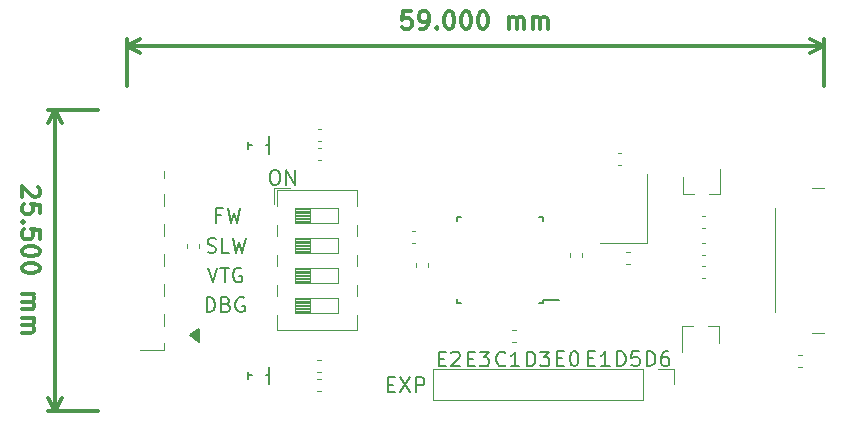
<source format=gbr>
G04 #@! TF.GenerationSoftware,KiCad,Pcbnew,(5.0.0-3-g5ebb6b6)*
G04 #@! TF.CreationDate,2019-02-08T12:04:07-05:00*
G04 #@! TF.ProjectId,ROCKETasp,524F434B45546173702E6B696361645F,2.0*
G04 #@! TF.SameCoordinates,Original*
G04 #@! TF.FileFunction,Legend,Top*
G04 #@! TF.FilePolarity,Positive*
%FSLAX46Y46*%
G04 Gerber Fmt 4.6, Leading zero omitted, Abs format (unit mm)*
G04 Created by KiCad (PCBNEW (5.0.0-3-g5ebb6b6)) date Friday, February 08, 2019 at 12:04:07 PM*
%MOMM*%
%LPD*%
G01*
G04 APERTURE LIST*
%ADD10C,0.200000*%
%ADD11C,0.300000*%
%ADD12C,0.150000*%
%ADD13C,0.120000*%
G04 APERTURE END LIST*
D10*
X159021180Y-106712076D02*
X159021180Y-105462076D01*
X159318800Y-105462076D01*
X159497371Y-105521600D01*
X159616419Y-105640647D01*
X159675942Y-105759695D01*
X159735466Y-105997790D01*
X159735466Y-106176361D01*
X159675942Y-106414457D01*
X159616419Y-106533504D01*
X159497371Y-106652552D01*
X159318800Y-106712076D01*
X159021180Y-106712076D01*
X160806895Y-105462076D02*
X160568800Y-105462076D01*
X160449752Y-105521600D01*
X160390228Y-105581123D01*
X160271180Y-105759695D01*
X160211657Y-105997790D01*
X160211657Y-106473980D01*
X160271180Y-106593028D01*
X160330704Y-106652552D01*
X160449752Y-106712076D01*
X160687847Y-106712076D01*
X160806895Y-106652552D01*
X160866419Y-106593028D01*
X160925942Y-106473980D01*
X160925942Y-106176361D01*
X160866419Y-106057314D01*
X160806895Y-105997790D01*
X160687847Y-105938266D01*
X160449752Y-105938266D01*
X160330704Y-105997790D01*
X160271180Y-106057314D01*
X160211657Y-106176361D01*
X156531980Y-106712076D02*
X156531980Y-105462076D01*
X156829600Y-105462076D01*
X157008171Y-105521600D01*
X157127219Y-105640647D01*
X157186742Y-105759695D01*
X157246266Y-105997790D01*
X157246266Y-106176361D01*
X157186742Y-106414457D01*
X157127219Y-106533504D01*
X157008171Y-106652552D01*
X156829600Y-106712076D01*
X156531980Y-106712076D01*
X158377219Y-105462076D02*
X157781980Y-105462076D01*
X157722457Y-106057314D01*
X157781980Y-105997790D01*
X157901028Y-105938266D01*
X158198647Y-105938266D01*
X158317695Y-105997790D01*
X158377219Y-106057314D01*
X158436742Y-106176361D01*
X158436742Y-106473980D01*
X158377219Y-106593028D01*
X158317695Y-106652552D01*
X158198647Y-106712076D01*
X157901028Y-106712076D01*
X157781980Y-106652552D01*
X157722457Y-106593028D01*
X154076904Y-106057314D02*
X154493571Y-106057314D01*
X154672142Y-106712076D02*
X154076904Y-106712076D01*
X154076904Y-105462076D01*
X154672142Y-105462076D01*
X155862619Y-106712076D02*
X155148333Y-106712076D01*
X155505476Y-106712076D02*
X155505476Y-105462076D01*
X155386428Y-105640647D01*
X155267380Y-105759695D01*
X155148333Y-105819219D01*
X151448004Y-106057314D02*
X151864671Y-106057314D01*
X152043242Y-106712076D02*
X151448004Y-106712076D01*
X151448004Y-105462076D01*
X152043242Y-105462076D01*
X152817052Y-105462076D02*
X152936100Y-105462076D01*
X153055147Y-105521600D01*
X153114671Y-105581123D01*
X153174195Y-105700171D01*
X153233719Y-105938266D01*
X153233719Y-106235885D01*
X153174195Y-106473980D01*
X153114671Y-106593028D01*
X153055147Y-106652552D01*
X152936100Y-106712076D01*
X152817052Y-106712076D01*
X152698004Y-106652552D01*
X152638480Y-106593028D01*
X152578957Y-106473980D01*
X152519433Y-106235885D01*
X152519433Y-105938266D01*
X152578957Y-105700171D01*
X152638480Y-105581123D01*
X152698004Y-105521600D01*
X152817052Y-105462076D01*
X148861180Y-106737476D02*
X148861180Y-105487476D01*
X149158800Y-105487476D01*
X149337371Y-105547000D01*
X149456419Y-105666047D01*
X149515942Y-105785095D01*
X149575466Y-106023190D01*
X149575466Y-106201761D01*
X149515942Y-106439857D01*
X149456419Y-106558904D01*
X149337371Y-106677952D01*
X149158800Y-106737476D01*
X148861180Y-106737476D01*
X149992133Y-105487476D02*
X150765942Y-105487476D01*
X150349276Y-105963666D01*
X150527847Y-105963666D01*
X150646895Y-106023190D01*
X150706419Y-106082714D01*
X150765942Y-106201761D01*
X150765942Y-106499380D01*
X150706419Y-106618428D01*
X150646895Y-106677952D01*
X150527847Y-106737476D01*
X150170704Y-106737476D01*
X150051657Y-106677952D01*
X149992133Y-106618428D01*
X147048166Y-106605728D02*
X146988642Y-106665252D01*
X146810071Y-106724776D01*
X146691023Y-106724776D01*
X146512452Y-106665252D01*
X146393404Y-106546204D01*
X146333880Y-106427157D01*
X146274357Y-106189061D01*
X146274357Y-106010490D01*
X146333880Y-105772395D01*
X146393404Y-105653347D01*
X146512452Y-105534300D01*
X146691023Y-105474776D01*
X146810071Y-105474776D01*
X146988642Y-105534300D01*
X147048166Y-105593823D01*
X148238642Y-106724776D02*
X147524357Y-106724776D01*
X147881500Y-106724776D02*
X147881500Y-105474776D01*
X147762452Y-105653347D01*
X147643404Y-105772395D01*
X147524357Y-105831919D01*
X143866104Y-106070014D02*
X144282771Y-106070014D01*
X144461342Y-106724776D02*
X143866104Y-106724776D01*
X143866104Y-105474776D01*
X144461342Y-105474776D01*
X144878009Y-105474776D02*
X145651819Y-105474776D01*
X145235152Y-105950966D01*
X145413723Y-105950966D01*
X145532771Y-106010490D01*
X145592295Y-106070014D01*
X145651819Y-106189061D01*
X145651819Y-106486680D01*
X145592295Y-106605728D01*
X145532771Y-106665252D01*
X145413723Y-106724776D01*
X145056580Y-106724776D01*
X144937533Y-106665252D01*
X144878009Y-106605728D01*
X141389604Y-106082714D02*
X141806271Y-106082714D01*
X141984842Y-106737476D02*
X141389604Y-106737476D01*
X141389604Y-105487476D01*
X141984842Y-105487476D01*
X142461033Y-105606523D02*
X142520557Y-105547000D01*
X142639604Y-105487476D01*
X142937223Y-105487476D01*
X143056271Y-105547000D01*
X143115795Y-105606523D01*
X143175319Y-105725571D01*
X143175319Y-105844619D01*
X143115795Y-106023190D01*
X142401509Y-106737476D01*
X143175319Y-106737476D01*
X137145104Y-108267114D02*
X137561771Y-108267114D01*
X137740342Y-108921876D02*
X137145104Y-108921876D01*
X137145104Y-107671876D01*
X137740342Y-107671876D01*
X138157009Y-107671876D02*
X138990342Y-108921876D01*
X138990342Y-107671876D02*
X138157009Y-108921876D01*
X139466533Y-108921876D02*
X139466533Y-107671876D01*
X139942723Y-107671876D01*
X140061771Y-107731400D01*
X140121295Y-107790923D01*
X140180819Y-107909971D01*
X140180819Y-108088542D01*
X140121295Y-108207590D01*
X140061771Y-108267114D01*
X139942723Y-108326638D01*
X139466533Y-108326638D01*
X127407290Y-90095076D02*
X127645385Y-90095076D01*
X127764433Y-90154600D01*
X127883480Y-90273647D01*
X127943004Y-90511742D01*
X127943004Y-90928409D01*
X127883480Y-91166504D01*
X127764433Y-91285552D01*
X127645385Y-91345076D01*
X127407290Y-91345076D01*
X127288242Y-91285552D01*
X127169195Y-91166504D01*
X127109671Y-90928409D01*
X127109671Y-90511742D01*
X127169195Y-90273647D01*
X127288242Y-90154600D01*
X127407290Y-90095076D01*
X128478719Y-91345076D02*
X128478719Y-90095076D01*
X129193004Y-91345076D01*
X129193004Y-90095076D01*
X121752319Y-102140076D02*
X121752319Y-100890076D01*
X122049938Y-100890076D01*
X122228509Y-100949600D01*
X122347557Y-101068647D01*
X122407080Y-101187695D01*
X122466604Y-101425790D01*
X122466604Y-101604361D01*
X122407080Y-101842457D01*
X122347557Y-101961504D01*
X122228509Y-102080552D01*
X122049938Y-102140076D01*
X121752319Y-102140076D01*
X123418985Y-101485314D02*
X123597557Y-101544838D01*
X123657080Y-101604361D01*
X123716604Y-101723409D01*
X123716604Y-101901980D01*
X123657080Y-102021028D01*
X123597557Y-102080552D01*
X123478509Y-102140076D01*
X123002319Y-102140076D01*
X123002319Y-100890076D01*
X123418985Y-100890076D01*
X123538033Y-100949600D01*
X123597557Y-101009123D01*
X123657080Y-101128171D01*
X123657080Y-101247219D01*
X123597557Y-101366266D01*
X123538033Y-101425790D01*
X123418985Y-101485314D01*
X123002319Y-101485314D01*
X124907080Y-100949600D02*
X124788033Y-100890076D01*
X124609461Y-100890076D01*
X124430890Y-100949600D01*
X124311842Y-101068647D01*
X124252319Y-101187695D01*
X124192795Y-101425790D01*
X124192795Y-101604361D01*
X124252319Y-101842457D01*
X124311842Y-101961504D01*
X124430890Y-102080552D01*
X124609461Y-102140076D01*
X124728509Y-102140076D01*
X124907080Y-102080552D01*
X124966604Y-102021028D01*
X124966604Y-101604361D01*
X124728509Y-101604361D01*
X121837242Y-98375476D02*
X122253909Y-99625476D01*
X122670576Y-98375476D01*
X122908671Y-98375476D02*
X123622957Y-98375476D01*
X123265814Y-99625476D02*
X123265814Y-98375476D01*
X124694385Y-98435000D02*
X124575338Y-98375476D01*
X124396766Y-98375476D01*
X124218195Y-98435000D01*
X124099147Y-98554047D01*
X124039623Y-98673095D01*
X123980100Y-98911190D01*
X123980100Y-99089761D01*
X124039623Y-99327857D01*
X124099147Y-99446904D01*
X124218195Y-99565952D01*
X124396766Y-99625476D01*
X124515814Y-99625476D01*
X124694385Y-99565952D01*
X124753909Y-99506428D01*
X124753909Y-99089761D01*
X124515814Y-99089761D01*
X121828519Y-97064052D02*
X122007090Y-97123576D01*
X122304709Y-97123576D01*
X122423757Y-97064052D01*
X122483280Y-97004528D01*
X122542804Y-96885480D01*
X122542804Y-96766433D01*
X122483280Y-96647385D01*
X122423757Y-96587861D01*
X122304709Y-96528338D01*
X122066614Y-96468814D01*
X121947566Y-96409290D01*
X121888042Y-96349766D01*
X121828519Y-96230719D01*
X121828519Y-96111671D01*
X121888042Y-95992623D01*
X121947566Y-95933100D01*
X122066614Y-95873576D01*
X122364233Y-95873576D01*
X122542804Y-95933100D01*
X123673757Y-97123576D02*
X123078519Y-97123576D01*
X123078519Y-95873576D01*
X123971376Y-95873576D02*
X124268995Y-97123576D01*
X124507090Y-96230719D01*
X124745185Y-97123576D01*
X125042804Y-95873576D01*
X122997185Y-93941514D02*
X122580519Y-93941514D01*
X122580519Y-94596276D02*
X122580519Y-93346276D01*
X123175757Y-93346276D01*
X123532900Y-93346276D02*
X123830519Y-94596276D01*
X124068614Y-93703419D01*
X124306709Y-94596276D01*
X124604328Y-93346276D01*
D11*
X107468371Y-91552478D02*
X107539800Y-91623906D01*
X107611228Y-91766764D01*
X107611228Y-92123906D01*
X107539800Y-92266764D01*
X107468371Y-92338192D01*
X107325514Y-92409621D01*
X107182657Y-92409621D01*
X106968371Y-92338192D01*
X106111228Y-91481049D01*
X106111228Y-92409621D01*
X107611228Y-93766764D02*
X107611228Y-93052478D01*
X106896942Y-92981049D01*
X106968371Y-93052478D01*
X107039800Y-93195335D01*
X107039800Y-93552478D01*
X106968371Y-93695335D01*
X106896942Y-93766764D01*
X106754085Y-93838192D01*
X106396942Y-93838192D01*
X106254085Y-93766764D01*
X106182657Y-93695335D01*
X106111228Y-93552478D01*
X106111228Y-93195335D01*
X106182657Y-93052478D01*
X106254085Y-92981049D01*
X106254085Y-94481049D02*
X106182657Y-94552478D01*
X106111228Y-94481049D01*
X106182657Y-94409621D01*
X106254085Y-94481049D01*
X106111228Y-94481049D01*
X107611228Y-95909621D02*
X107611228Y-95195335D01*
X106896942Y-95123906D01*
X106968371Y-95195335D01*
X107039800Y-95338192D01*
X107039800Y-95695335D01*
X106968371Y-95838192D01*
X106896942Y-95909621D01*
X106754085Y-95981049D01*
X106396942Y-95981049D01*
X106254085Y-95909621D01*
X106182657Y-95838192D01*
X106111228Y-95695335D01*
X106111228Y-95338192D01*
X106182657Y-95195335D01*
X106254085Y-95123906D01*
X107611228Y-96909621D02*
X107611228Y-97052478D01*
X107539800Y-97195335D01*
X107468371Y-97266764D01*
X107325514Y-97338192D01*
X107039800Y-97409621D01*
X106682657Y-97409621D01*
X106396942Y-97338192D01*
X106254085Y-97266764D01*
X106182657Y-97195335D01*
X106111228Y-97052478D01*
X106111228Y-96909621D01*
X106182657Y-96766764D01*
X106254085Y-96695335D01*
X106396942Y-96623906D01*
X106682657Y-96552478D01*
X107039800Y-96552478D01*
X107325514Y-96623906D01*
X107468371Y-96695335D01*
X107539800Y-96766764D01*
X107611228Y-96909621D01*
X107611228Y-98338192D02*
X107611228Y-98481049D01*
X107539800Y-98623906D01*
X107468371Y-98695335D01*
X107325514Y-98766764D01*
X107039800Y-98838192D01*
X106682657Y-98838192D01*
X106396942Y-98766764D01*
X106254085Y-98695335D01*
X106182657Y-98623906D01*
X106111228Y-98481049D01*
X106111228Y-98338192D01*
X106182657Y-98195335D01*
X106254085Y-98123906D01*
X106396942Y-98052478D01*
X106682657Y-97981049D01*
X107039800Y-97981049D01*
X107325514Y-98052478D01*
X107468371Y-98123906D01*
X107539800Y-98195335D01*
X107611228Y-98338192D01*
X106111228Y-100623906D02*
X107111228Y-100623906D01*
X106968371Y-100623906D02*
X107039800Y-100695335D01*
X107111228Y-100838192D01*
X107111228Y-101052478D01*
X107039800Y-101195335D01*
X106896942Y-101266764D01*
X106111228Y-101266764D01*
X106896942Y-101266764D02*
X107039800Y-101338192D01*
X107111228Y-101481049D01*
X107111228Y-101695335D01*
X107039800Y-101838192D01*
X106896942Y-101909621D01*
X106111228Y-101909621D01*
X106111228Y-102623906D02*
X107111228Y-102623906D01*
X106968371Y-102623906D02*
X107039800Y-102695335D01*
X107111228Y-102838192D01*
X107111228Y-103052478D01*
X107039800Y-103195335D01*
X106896942Y-103266764D01*
X106111228Y-103266764D01*
X106896942Y-103266764D02*
X107039800Y-103338192D01*
X107111228Y-103481049D01*
X107111228Y-103695335D01*
X107039800Y-103838192D01*
X106896942Y-103909621D01*
X106111228Y-103909621D01*
X108889800Y-85013800D02*
X108889800Y-110519728D01*
X112585500Y-85013800D02*
X108303379Y-85013800D01*
X112585500Y-110519728D02*
X108303379Y-110519728D01*
X108889800Y-110519728D02*
X108303379Y-109393224D01*
X108889800Y-110519728D02*
X109476221Y-109393224D01*
X108889800Y-85013800D02*
X108303379Y-86140304D01*
X108889800Y-85013800D02*
X109476221Y-86140304D01*
X139072052Y-76656771D02*
X138357766Y-76656771D01*
X138286338Y-77371057D01*
X138357766Y-77299628D01*
X138500624Y-77228200D01*
X138857766Y-77228200D01*
X139000624Y-77299628D01*
X139072052Y-77371057D01*
X139143481Y-77513914D01*
X139143481Y-77871057D01*
X139072052Y-78013914D01*
X139000624Y-78085342D01*
X138857766Y-78156771D01*
X138500624Y-78156771D01*
X138357766Y-78085342D01*
X138286338Y-78013914D01*
X139857766Y-78156771D02*
X140143481Y-78156771D01*
X140286338Y-78085342D01*
X140357766Y-78013914D01*
X140500624Y-77799628D01*
X140572052Y-77513914D01*
X140572052Y-76942485D01*
X140500624Y-76799628D01*
X140429195Y-76728200D01*
X140286338Y-76656771D01*
X140000624Y-76656771D01*
X139857766Y-76728200D01*
X139786338Y-76799628D01*
X139714909Y-76942485D01*
X139714909Y-77299628D01*
X139786338Y-77442485D01*
X139857766Y-77513914D01*
X140000624Y-77585342D01*
X140286338Y-77585342D01*
X140429195Y-77513914D01*
X140500624Y-77442485D01*
X140572052Y-77299628D01*
X141214909Y-78013914D02*
X141286338Y-78085342D01*
X141214909Y-78156771D01*
X141143481Y-78085342D01*
X141214909Y-78013914D01*
X141214909Y-78156771D01*
X142214909Y-76656771D02*
X142357766Y-76656771D01*
X142500624Y-76728200D01*
X142572052Y-76799628D01*
X142643481Y-76942485D01*
X142714909Y-77228200D01*
X142714909Y-77585342D01*
X142643481Y-77871057D01*
X142572052Y-78013914D01*
X142500624Y-78085342D01*
X142357766Y-78156771D01*
X142214909Y-78156771D01*
X142072052Y-78085342D01*
X142000624Y-78013914D01*
X141929195Y-77871057D01*
X141857766Y-77585342D01*
X141857766Y-77228200D01*
X141929195Y-76942485D01*
X142000624Y-76799628D01*
X142072052Y-76728200D01*
X142214909Y-76656771D01*
X143643481Y-76656771D02*
X143786338Y-76656771D01*
X143929195Y-76728200D01*
X144000624Y-76799628D01*
X144072052Y-76942485D01*
X144143481Y-77228200D01*
X144143481Y-77585342D01*
X144072052Y-77871057D01*
X144000624Y-78013914D01*
X143929195Y-78085342D01*
X143786338Y-78156771D01*
X143643481Y-78156771D01*
X143500624Y-78085342D01*
X143429195Y-78013914D01*
X143357766Y-77871057D01*
X143286338Y-77585342D01*
X143286338Y-77228200D01*
X143357766Y-76942485D01*
X143429195Y-76799628D01*
X143500624Y-76728200D01*
X143643481Y-76656771D01*
X145072052Y-76656771D02*
X145214909Y-76656771D01*
X145357766Y-76728200D01*
X145429195Y-76799628D01*
X145500624Y-76942485D01*
X145572052Y-77228200D01*
X145572052Y-77585342D01*
X145500624Y-77871057D01*
X145429195Y-78013914D01*
X145357766Y-78085342D01*
X145214909Y-78156771D01*
X145072052Y-78156771D01*
X144929195Y-78085342D01*
X144857766Y-78013914D01*
X144786338Y-77871057D01*
X144714909Y-77585342D01*
X144714909Y-77228200D01*
X144786338Y-76942485D01*
X144857766Y-76799628D01*
X144929195Y-76728200D01*
X145072052Y-76656771D01*
X147357766Y-78156771D02*
X147357766Y-77156771D01*
X147357766Y-77299628D02*
X147429195Y-77228200D01*
X147572052Y-77156771D01*
X147786338Y-77156771D01*
X147929195Y-77228200D01*
X148000624Y-77371057D01*
X148000624Y-78156771D01*
X148000624Y-77371057D02*
X148072052Y-77228200D01*
X148214909Y-77156771D01*
X148429195Y-77156771D01*
X148572052Y-77228200D01*
X148643481Y-77371057D01*
X148643481Y-78156771D01*
X149357766Y-78156771D02*
X149357766Y-77156771D01*
X149357766Y-77299628D02*
X149429195Y-77228200D01*
X149572052Y-77156771D01*
X149786338Y-77156771D01*
X149929195Y-77228200D01*
X150000624Y-77371057D01*
X150000624Y-78156771D01*
X150000624Y-77371057D02*
X150072052Y-77228200D01*
X150214909Y-77156771D01*
X150429195Y-77156771D01*
X150572052Y-77228200D01*
X150643481Y-77371057D01*
X150643481Y-78156771D01*
X114998500Y-79578200D02*
X174002749Y-79578200D01*
X114998500Y-82956400D02*
X114998500Y-78991779D01*
X174002749Y-82956400D02*
X174002749Y-78991779D01*
X174002749Y-79578200D02*
X172876245Y-80164621D01*
X174002749Y-79578200D02*
X172876245Y-78991779D01*
X114998500Y-79578200D02*
X116125004Y-80164621D01*
X114998500Y-79578200D02*
X116125004Y-78991779D01*
D12*
G04 #@! TO.C,D2*
X127065000Y-106750000D02*
X127065000Y-108250000D01*
X127000000Y-107500000D02*
X126750000Y-107500000D01*
X125250000Y-107200000D02*
X125250000Y-107800000D01*
X125300000Y-107500000D02*
X125600000Y-107500000D01*
D13*
G04 #@! TO.C,C1*
X157591979Y-97026000D02*
X157266421Y-97026000D01*
X157591979Y-98046000D02*
X157266421Y-98046000D01*
G04 #@! TO.C,C2*
X156542521Y-89714800D02*
X156868079Y-89714800D01*
X156542521Y-88694800D02*
X156868079Y-88694800D01*
G04 #@! TO.C,C4*
X153506900Y-97170021D02*
X153506900Y-97495579D01*
X152486900Y-97170021D02*
X152486900Y-97495579D01*
G04 #@! TO.C,C5*
X139105421Y-96280700D02*
X139430979Y-96280700D01*
X139105421Y-95260700D02*
X139430979Y-95260700D01*
G04 #@! TO.C,C6*
X139507500Y-98321079D02*
X139507500Y-97995521D01*
X140527500Y-98321079D02*
X140527500Y-97995521D01*
D12*
G04 #@! TO.C,D1*
X125300000Y-88000000D02*
X125600000Y-88000000D01*
X125250000Y-87700000D02*
X125250000Y-88300000D01*
X127000000Y-88000000D02*
X126750000Y-88000000D01*
X127065000Y-87250000D02*
X127065000Y-88750000D01*
D13*
G04 #@! TO.C,D3*
X162059500Y-92161900D02*
X162059500Y-90701900D01*
X165219500Y-92161900D02*
X165219500Y-90001900D01*
X165219500Y-92161900D02*
X164289500Y-92161900D01*
X162059500Y-92161900D02*
X162989500Y-92161900D01*
G04 #@! TO.C,D4*
X165156000Y-103316500D02*
X164226000Y-103316500D01*
X161996000Y-103316500D02*
X162926000Y-103316500D01*
X161996000Y-103316500D02*
X161996000Y-105476500D01*
X165156000Y-103316500D02*
X165156000Y-104776500D01*
G04 #@! TO.C,J1*
X169831600Y-93350000D02*
X169831600Y-102150000D01*
X173001600Y-91605000D02*
X174051600Y-91605000D01*
X173001600Y-103895000D02*
X174051600Y-103895000D01*
G04 #@! TO.C,J2*
X140890000Y-106920000D02*
X140890000Y-109580000D01*
X158730000Y-106920000D02*
X140890000Y-106920000D01*
X158730000Y-109580000D02*
X140890000Y-109580000D01*
X158730000Y-106920000D02*
X158730000Y-109580000D01*
X160000000Y-106920000D02*
X161330000Y-106920000D01*
X161330000Y-106920000D02*
X161330000Y-108250000D01*
G04 #@! TO.C,J3*
X116076916Y-105330000D02*
X118168400Y-105330000D01*
X118168400Y-104760000D02*
X118168400Y-105330000D01*
X118133400Y-92160000D02*
X118133400Y-93180000D01*
X118133400Y-94700000D02*
X118133400Y-95720000D01*
X118148400Y-97230000D02*
X118148400Y-98250000D01*
X118143400Y-99770000D02*
X118143400Y-100790000D01*
X118158400Y-102320000D02*
X118158400Y-103340000D01*
X118133400Y-90759698D02*
X118133400Y-90149918D01*
D12*
G36*
X121078400Y-104660000D02*
X121078400Y-103540000D01*
X120308400Y-104090000D01*
X121078400Y-104660000D01*
G37*
X121078400Y-104660000D02*
X121078400Y-103540000D01*
X120308400Y-104090000D01*
X121078400Y-104660000D01*
D13*
G04 #@! TO.C,R1*
X131138021Y-86661700D02*
X131463579Y-86661700D01*
X131138021Y-87681700D02*
X131463579Y-87681700D01*
G04 #@! TO.C,R2*
X131138021Y-89256500D02*
X131463579Y-89256500D01*
X131138021Y-88236500D02*
X131463579Y-88236500D01*
G04 #@! TO.C,R3*
X131087221Y-107248000D02*
X131412779Y-107248000D01*
X131087221Y-106228000D02*
X131412779Y-106228000D01*
G04 #@! TO.C,R4*
X131087221Y-108835500D02*
X131412779Y-108835500D01*
X131087221Y-107815500D02*
X131412779Y-107815500D01*
G04 #@! TO.C,R5*
X163980079Y-99239800D02*
X163654521Y-99239800D01*
X163980079Y-98219800D02*
X163654521Y-98219800D01*
G04 #@! TO.C,R6*
X163980079Y-97284000D02*
X163654521Y-97284000D01*
X163980079Y-96264000D02*
X163654521Y-96264000D01*
G04 #@! TO.C,R7*
X120114600Y-96344521D02*
X120114600Y-96670079D01*
X121134600Y-96344521D02*
X121134600Y-96670079D01*
G04 #@! TO.C,R8*
X147927279Y-104688100D02*
X147601721Y-104688100D01*
X147927279Y-103668100D02*
X147601721Y-103668100D01*
G04 #@! TO.C,R9*
X163654521Y-95009600D02*
X163980079Y-95009600D01*
X163654521Y-93989600D02*
X163980079Y-93989600D01*
G04 #@! TO.C,R10*
X172160379Y-106757100D02*
X171834821Y-106757100D01*
X172160379Y-105737100D02*
X171834821Y-105737100D01*
G04 #@! TO.C,SW1*
X127668200Y-91830000D02*
X134488200Y-91830000D01*
X127668200Y-103670000D02*
X134488200Y-103670000D01*
X127668200Y-91830000D02*
X127668200Y-93140000D01*
X127668200Y-94740000D02*
X127668200Y-95680000D01*
X127668200Y-97280000D02*
X127668200Y-98220000D01*
X127668200Y-99820000D02*
X127668200Y-100760000D01*
X127668200Y-102360000D02*
X127668200Y-103670000D01*
X134488200Y-102360000D02*
X134488200Y-103670000D01*
X134488200Y-99820000D02*
X134488200Y-100760000D01*
X134488200Y-97280000D02*
X134488200Y-98220000D01*
X134488200Y-91830000D02*
X134488200Y-93140000D01*
X134488200Y-94740000D02*
X134488200Y-95680000D01*
X127428200Y-91590000D02*
X128811200Y-91590000D01*
X127428200Y-91590000D02*
X127428200Y-92973000D01*
X129268200Y-93305000D02*
X129268200Y-94575000D01*
X129268200Y-94575000D02*
X132888200Y-94575000D01*
X132888200Y-94575000D02*
X132888200Y-93305000D01*
X132888200Y-93305000D02*
X129268200Y-93305000D01*
X129268200Y-93425000D02*
X130474867Y-93425000D01*
X129268200Y-93545000D02*
X130474867Y-93545000D01*
X129268200Y-93665000D02*
X130474867Y-93665000D01*
X129268200Y-93785000D02*
X130474867Y-93785000D01*
X129268200Y-93905000D02*
X130474867Y-93905000D01*
X129268200Y-94025000D02*
X130474867Y-94025000D01*
X129268200Y-94145000D02*
X130474867Y-94145000D01*
X129268200Y-94265000D02*
X130474867Y-94265000D01*
X129268200Y-94385000D02*
X130474867Y-94385000D01*
X129268200Y-94505000D02*
X130474867Y-94505000D01*
X130474867Y-93305000D02*
X130474867Y-94575000D01*
X129268200Y-95845000D02*
X129268200Y-97115000D01*
X129268200Y-97115000D02*
X132888200Y-97115000D01*
X132888200Y-97115000D02*
X132888200Y-95845000D01*
X132888200Y-95845000D02*
X129268200Y-95845000D01*
X129268200Y-95965000D02*
X130474867Y-95965000D01*
X129268200Y-96085000D02*
X130474867Y-96085000D01*
X129268200Y-96205000D02*
X130474867Y-96205000D01*
X129268200Y-96325000D02*
X130474867Y-96325000D01*
X129268200Y-96445000D02*
X130474867Y-96445000D01*
X129268200Y-96565000D02*
X130474867Y-96565000D01*
X129268200Y-96685000D02*
X130474867Y-96685000D01*
X129268200Y-96805000D02*
X130474867Y-96805000D01*
X129268200Y-96925000D02*
X130474867Y-96925000D01*
X129268200Y-97045000D02*
X130474867Y-97045000D01*
X130474867Y-95845000D02*
X130474867Y-97115000D01*
X129268200Y-98385000D02*
X129268200Y-99655000D01*
X129268200Y-99655000D02*
X132888200Y-99655000D01*
X132888200Y-99655000D02*
X132888200Y-98385000D01*
X132888200Y-98385000D02*
X129268200Y-98385000D01*
X129268200Y-98505000D02*
X130474867Y-98505000D01*
X129268200Y-98625000D02*
X130474867Y-98625000D01*
X129268200Y-98745000D02*
X130474867Y-98745000D01*
X129268200Y-98865000D02*
X130474867Y-98865000D01*
X129268200Y-98985000D02*
X130474867Y-98985000D01*
X129268200Y-99105000D02*
X130474867Y-99105000D01*
X129268200Y-99225000D02*
X130474867Y-99225000D01*
X129268200Y-99345000D02*
X130474867Y-99345000D01*
X129268200Y-99465000D02*
X130474867Y-99465000D01*
X129268200Y-99585000D02*
X130474867Y-99585000D01*
X130474867Y-98385000D02*
X130474867Y-99655000D01*
X129268200Y-100925000D02*
X129268200Y-102195000D01*
X129268200Y-102195000D02*
X132888200Y-102195000D01*
X132888200Y-102195000D02*
X132888200Y-100925000D01*
X132888200Y-100925000D02*
X129268200Y-100925000D01*
X129268200Y-101045000D02*
X130474867Y-101045000D01*
X129268200Y-101165000D02*
X130474867Y-101165000D01*
X129268200Y-101285000D02*
X130474867Y-101285000D01*
X129268200Y-101405000D02*
X130474867Y-101405000D01*
X129268200Y-101525000D02*
X130474867Y-101525000D01*
X129268200Y-101645000D02*
X130474867Y-101645000D01*
X129268200Y-101765000D02*
X130474867Y-101765000D01*
X129268200Y-101885000D02*
X130474867Y-101885000D01*
X129268200Y-102005000D02*
X130474867Y-102005000D01*
X129268200Y-102125000D02*
X130474867Y-102125000D01*
X130474867Y-100925000D02*
X130474867Y-102195000D01*
D12*
G04 #@! TO.C,U1*
X150197200Y-101375000D02*
X150197200Y-101150000D01*
X142947200Y-101375000D02*
X142947200Y-101050000D01*
X142947200Y-94125000D02*
X142947200Y-94450000D01*
X150197200Y-94125000D02*
X150197200Y-94450000D01*
X150197200Y-101375000D02*
X149872200Y-101375000D01*
X150197200Y-94125000D02*
X149872200Y-94125000D01*
X142947200Y-94125000D02*
X143272200Y-94125000D01*
X142947200Y-101375000D02*
X143272200Y-101375000D01*
X150197200Y-101150000D02*
X151622200Y-101150000D01*
D13*
G04 #@! TO.C,Y1*
X155060900Y-96257700D02*
X159060900Y-96257700D01*
X159060900Y-96257700D02*
X159060900Y-90457700D01*
G04 #@! TD*
M02*

</source>
